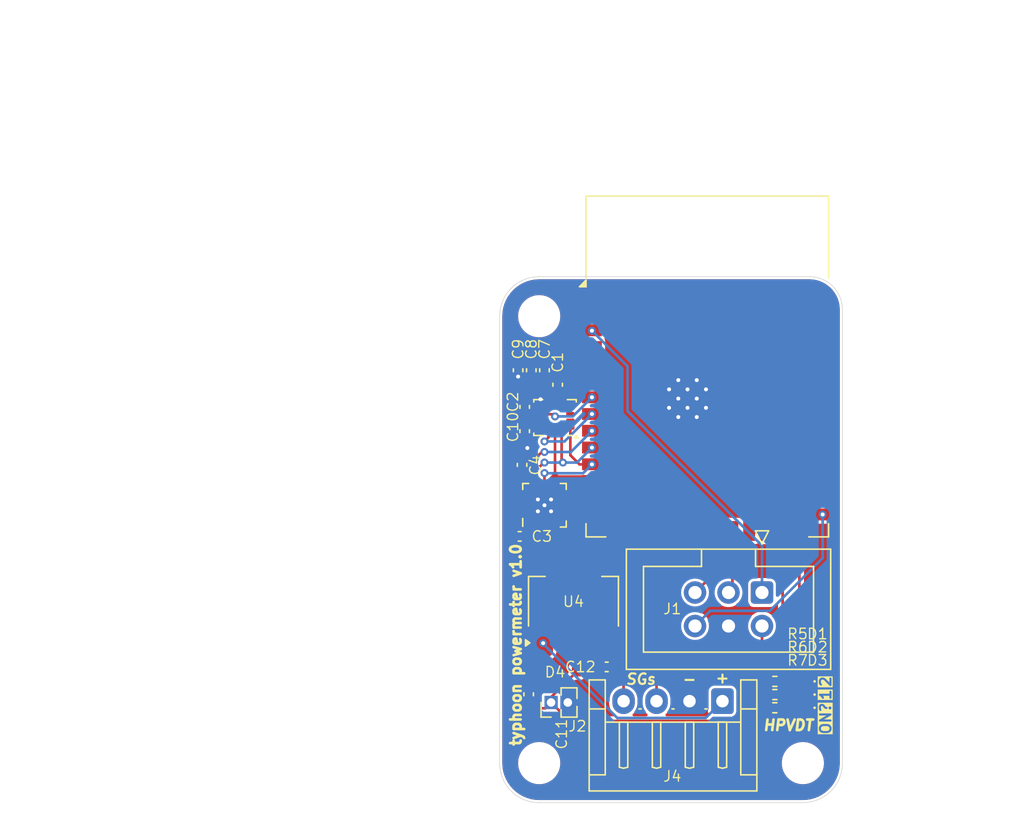
<source format=kicad_pcb>
(kicad_pcb (version 20240108) (generator "pcbnew") (generator_version "8.0")
  (title_block (title "dsads") (date "2024-07-18") (rev "1"))
  (layers (0 "F.Cu" signal) (31 "B.Cu" signal) (34 "B.Paste" user) (35 "F.Paste" user) (36 "B.SilkS" user "B.Silkscreen") (37 "F.SilkS" user "F.Silkscreen") (38 "B.Mask" user) (39 "F.Mask" user) (44 "Edge.Cuts" user))
  (net 0 "")
  (net 1 "+3V3")
  (net 2 "/SYNC_{ADC}")
  (net 3 "/ADS-")
  (net 6 "/CLK_{ADC}")
  (net 7 "/SCLK")
  (net 8 "Net-(ADS131M03-CAP)")
  (net 9 "/ADS+")
  (net 10 "/DRDY_{ADC}")
  (net 11 "/MISO")
  (net 13 "/CS_{ADC}")
  (net 14 "/MOSI")
  (net 18 "/CS_{gyro}")
  (net 29 "GND")
  (net 30 "Net-(D1-A)")
  (net 31 "Net-(D2-A)")
  (net 35 "Net-(D3-A)")
  (net 36 "/LED_{1}")
  (net 37 "/LED_{2}")
  (net 39 "/INT2_{gyro}")
  (net 44 "/INT1_{gyro}")
  (net 45 "unconnected-(U2-IO10-Pad18)")
  (net 48 "/EN")
  (net 49 "/RX")
  (net 50 "/IO0")
  (net 51 "/TX")
  (net 52 "unconnected-(U2-IO9-Pad17)")
  (net 53 "unconnected-(U2-IO46-Pad16)")
  (net 54 "BATT")
  (footprint "LED_SMD:LED_0402_1005Metric" (layer "F.Cu") (at 185.4 88.5 180)
    (property "Reference" "D2" (at -1.3 3.6 180) (layer "F.SilkS") (effects (font (size 0.8 0.8) (thickness 0.1))))
    (property "Value" "LED")
    (pad "1" smd roundrect (at -0.485 0 180) (size 0.59 0.64) (layers "F.Cu" "F.Paste" "F.Mask") (net 29 "GND"))
    (pad "2" smd roundrect (at 0.485 0 180) (size 0.59 0.64) (layers "F.Cu" "F.Paste" "F.Mask") (net 31 "Net-(D2-A)"))
  )
  (footprint "Resistor_SMD:R_0402_1005Metric" (layer "F.Cu") (at 183.475 87.5)
    (property "Reference" "R5" (at 1.725 -3.6 0) (layer "F.SilkS") (effects (font (size 0.8 0.8) (thickness 0.1))))
    (property "Value" "320")
    (pad "1" smd roundrect (at -0.51 0) (size 0.54 0.64) (layers "F.Cu" "F.Paste" "F.Mask") (net 36 "/LED_{1}"))
    (pad "2" smd roundrect (at 0.51 0) (size 0.54 0.64) (layers "F.Cu" "F.Paste" "F.Mask") (net 30 "Net-(D1-A)"))
  )
  (footprint "0_myfootprints:SD103CW" (layer "F.Cu") (at 166.9 86.7)
    (property "Reference" "D4" (at -0.1 0.1 0) (layer "F.SilkS") (effects (font (size 0.8 0.8) (thickness 0.1))))
    (property "Value" "D")
    (pad "1" smd roundrect (at -1.6 0) (size 0.85 0.85) (layers "F.Cu" "F.Paste" "F.Mask") (net 54 "BATT"))
    (pad "2" smd roundrect (at 1.6 0) (size 0.85 0.85) (layers "F.Cu" "F.Paste" "F.Mask") (net 1 "+3V3"))
  )
  (footprint "0_stuff:ads" (layer "F.Cu") (at 166 74.14 90)
    (property "Reference" "ADS131M03" (hide yes))
    (property "Value" "~")
    (pad "1" smd oval (at -1.4 -0.8 180) (size 0.2 0.6) (layers "F.Cu" "F.Paste" "F.Mask") (net 9 "/ADS+"))
    (pad "2" smd oval (at -1.4 -0.4 180) (size 0.2 0.6) (layers "F.Cu" "F.Paste" "F.Mask") (net 3 "/ADS-"))
    (pad "3" smd oval (at -1.4 0 180) (size 0.2 0.6) (layers "F.Cu" "F.Paste" "F.Mask"))
    (pad "4" smd oval (at -1.4 0.4 180) (size 0.2 0.6) (layers "F.Cu" "F.Paste" "F.Mask"))
    (pad "5" smd oval (at -1.4 0.8 180) (size 0.2 0.6) (layers "F.Cu" "F.Paste" "F.Mask"))
    (pad "6" smd oval (at -0.8 1.4 90) (size 0.2 0.6) (layers "F.Cu" "F.Paste" "F.Mask"))
    (pad "7" smd oval (at -0.4 1.4 90) (size 0.2 0.6) (layers "F.Cu" "F.Paste" "F.Mask"))
    (pad "8" smd oval (at 0 1.4 90) (size 0.2 0.6) (layers "F.Cu" "F.Paste" "F.Mask"))
    (pad "9" smd oval (at 0.4 1.4 90) (size 0.2 0.6) (layers "F.Cu" "F.Paste" "F.Mask") (net 2 "/SYNC_{ADC}"))
    (pad "10" smd oval (at 0.8 1.4 90) (size 0.2 0.6) (layers "F.Cu" "F.Paste" "F.Mask") (net 13 "/CS_{ADC}"))
    (pad "11" smd oval (at 1.4 0.8 180) (size 0.2 0.6) (layers "F.Cu" "F.Paste" "F.Mask") (net 10 "/DRDY_{ADC}"))
    (pad "12" smd oval (at 1.4 0.4 180) (size 0.2 0.6) (layers "F.Cu" "F.Paste" "F.Mask") (net 7 "/SCLK"))
    (pad "13" smd oval (at 1.4 0 180) (size 0.2 0.6) (layers "F.Cu" "F.Paste" "F.Mask") (net 11 "/MISO"))
    (pad "14" smd oval (at 1.4 -0.4 180) (size 0.2 0.6) (layers "F.Cu" "F.Paste" "F.Mask") (net 14 "/MOSI"))
    (pad "15" smd oval (at 1.4 -0.8 180) (size 0.2 0.6) (layers "F.Cu" "F.Paste" "F.Mask") (net 6 "/CLK_{ADC}"))
    (pad "16" smd oval (at 0.8 -1.4 90) (size 0.2 0.6) (layers "F.Cu" "F.Paste" "F.Mask") (net 8 "Net-(ADS131M03-CAP)"))
    (pad "17" smd oval (at 0.4 -1.4 90) (size 0.2 0.6) (layers "F.Cu" "F.Paste" "F.Mask") (net 29 "GND"))
    (pad "18" smd oval (at 0 -1.4 90) (size 0.2 0.6) (layers "F.Cu" "F.Paste" "F.Mask") (net 1 "+3V3"))
    (pad "19" smd oval (at -0.4 -1.4 90) (size 0.2 0.6) (layers "F.Cu" "F.Paste" "F.Mask") (net 1 "+3V3"))
    (pad "20" smd oval (at -0.8 -1.4 90) (size 0.2 0.6) (layers "F.Cu" "F.Paste" "F.Mask") (net 29 "GND"))
    (pad "21" smd rect (at 0 0 90) (size 1.7 1.7) (layers "F.Cu" "F.Mask") (net 29 "GND"))
  )
  (footprint "Capacitor_SMD:C_0402_1005Metric" (layer "F.Cu") (at 167 65 -90)
    (property "Reference" "C1" (at -1.7 0 90) (layer "F.SilkS") (effects (font (size 0.8 0.8) (thickness 0.1))))
    (property "Value" "10n")
    (pad "1" smd roundrect (at -0.48 0 270) (size 0.56 0.62) (layers "F.Cu" "F.Paste" "F.Mask") (net 29 "GND"))
    (pad "2" smd roundrect (at 0.48 0 270) (size 0.56 0.62) (layers "F.Cu" "F.Paste" "F.Mask") (net 1 "+3V3"))
  )
  (footprint "Capacitor_SMD:C_0402_1005Metric" (layer "F.Cu") (at 164.5 66.68 -90)
    (property "Reference" "C2" (at -0.38 0.9 90) (layer "F.SilkS") (effects (font (size 0.8 0.8) (thickness 0.1))))
    (property "Value" "0.1u")
    (pad "1" smd roundrect (at -0.48 0 270) (size 0.56 0.62) (layers "F.Cu" "F.Paste" "F.Mask") (net 29 "GND"))
    (pad "2" smd roundrect (at 0.48 0 270) (size 0.56 0.62) (layers "F.Cu" "F.Paste" "F.Mask") (net 1 "+3V3"))
  )
  (footprint "MountingHole:MountingHole_2.7mm_M2.5" (layer "F.Cu") (at 185.6 93.7)
    (property "Reference" "H4" (hide yes))
    (property "Value" "M2.5")
    (pad "" np_thru_hole circle (at 0 0) (size 2.7 2.7) (drill 2.7) (layers "*.Cu" "*.Mask"))
  )
  (footprint "Capacitor_SMD:C_0402_1005Metric" (layer "F.Cu") (at 164.5 68.52 90)
    (property "Reference" "C10" (at 0.32 -0.9 -90) (layer "F.SilkS") (effects (font (size 0.8 0.8) (thickness 0.1))))
    (property "Value" "2.2u")
    (pad "1" smd roundrect (at -0.48 0 90) (size 0.56 0.62) (layers "F.Cu" "F.Paste" "F.Mask") (net 29 "GND"))
    (pad "2" smd roundrect (at 0.48 0 90) (size 0.56 0.62) (layers "F.Cu" "F.Paste" "F.Mask") (net 1 "+3V3"))
  )
  (footprint "Package_LGA:LGA-14_3x2.5mm_P0.5mm_LayoutBorder3x4y" (layer "F.Cu") (at 166.8 67.4875 180)
    (property "Reference" "ICM-42670-P1" (hide yes))
    (property "Value" "~")
    (pad "1" smd roundrect (at -1.1625 -0.75 180) (size 0.625 0.35) (layers "F.Cu" "F.Paste" "F.Mask") (net 11 "/MISO"))
    (pad "2" smd roundrect (at -1.1625 -0.25 180) (size 0.625 0.35) (layers "F.Cu" "F.Paste" "F.Mask"))
    (pad "3" smd roundrect (at -1.1625 0.25 180) (size 0.625 0.35) (layers "F.Cu" "F.Paste" "F.Mask"))
    (pad "4" smd roundrect (at -1.1625 0.75 180) (size 0.625 0.35) (layers "F.Cu" "F.Paste" "F.Mask") (net 44 "/INT1_{gyro}"))
    (pad "5" smd roundrect (at -0.5 0.9125 180) (size 0.35 0.625) (layers "F.Cu" "F.Paste" "F.Mask") (net 1 "+3V3"))
    (pad "6" smd roundrect (at 0 0.9125 180) (size 0.35 0.625) (layers "F.Cu" "F.Paste" "F.Mask") (net 29 "GND"))
    (pad "7" smd roundrect (at 0.5 0.9125 180) (size 0.35 0.625) (layers "F.Cu" "F.Paste" "F.Mask") (net 29 "GND"))
    (pad "8" smd roundrect (at 1.1625 0.75 180) (size 0.625 0.35) (layers "F.Cu" "F.Paste" "F.Mask") (net 1 "+3V3"))
    (pad "9" smd roundrect (at 1.1625 0.25 180) (size 0.625 0.35) (layers "F.Cu" "F.Paste" "F.Mask") (net 39 "/INT2_{gyro}"))
    (pad "10" smd roundrect (at 1.1625 -0.25 180) (size 0.625 0.35) (layers "F.Cu" "F.Paste" "F.Mask"))
    (pad "11" smd roundrect (at 1.1625 -0.75 180) (size 0.625 0.35) (layers "F.Cu" "F.Paste" "F.Mask"))
    (pad "12" smd roundrect (at 0.5 -0.9125 180) (size 0.35 0.625) (layers "F.Cu" "F.Paste" "F.Mask") (net 18 "/CS_{gyro}"))
    (pad "13" smd roundrect (at 0 -0.9125 180) (size 0.35 0.625) (layers "F.Cu" "F.Paste" "F.Mask") (net 7 "/SCLK"))
    (pad "14" smd roundrect (at -0.5 -0.9125 180) (size 0.35 0.625) (layers "F.Cu" "F.Paste" "F.Mask") (net 14 "/MOSI"))
  )
  (footprint "Resistor_SMD:R_0402_1005Metric" (layer "F.Cu") (at 183.475 88.5)
    (property "Reference" "R6" (at 1.725 -3.6 0) (layer "F.SilkS") (effects (font (size 0.8 0.8) (thickness 0.1))))
    (property "Value" "320")
    (pad "1" smd roundrect (at -0.51 0) (size 0.54 0.64) (layers "F.Cu" "F.Paste" "F.Mask") (net 37 "/LED_{2}"))
    (pad "2" smd roundrect (at 0.51 0) (size 0.54 0.64) (layers "F.Cu" "F.Paste" "F.Mask") (net 31 "Net-(D2-A)"))
  )
  (footprint "Capacitor_SMD:C_0402_1005Metric" (layer "F.Cu") (at 170.72 86.4 180)
    (property "Reference" "C12" (at 2 0 180) (layer "F.SilkS") (effects (font (size 0.8 0.8) (thickness 0.1))))
    (property "Value" "22u")
    (pad "1" smd roundrect (at -0.48 0 180) (size 0.56 0.62) (layers "F.Cu" "F.Paste" "F.Mask") (net 29 "GND"))
    (pad "2" smd roundrect (at 0.48 0 180) (size 0.56 0.62) (layers "F.Cu" "F.Paste" "F.Mask") (net 1 "+3V3"))
  )
  (footprint "Capacitor_SMD:C_0402_1005Metric" (layer "F.Cu") (at 165 63.9 90)
    (property "Reference" "C8" (at 1.6 0 -90) (layer "F.SilkS") (effects (font (size 0.8 0.8) (thickness 0.1))))
    (property "Value" "100n")
    (pad "1" smd roundrect (at -0.48 0 90) (size 0.56 0.62) (layers "F.Cu" "F.Paste" "F.Mask") (net 29 "GND"))
    (pad "2" smd roundrect (at 0.48 0 90) (size 0.56 0.62) (layers "F.Cu" "F.Paste" "F.Mask") (net 1 "+3V3"))
  )
  (footprint "Capacitor_SMD:C_0402_1005Metric" (layer "F.Cu") (at 164.3 71.08 -90)
    (property "Reference" "C4" (at 0.02 -1 90) (layer "F.SilkS") (effects (font (size 0.8 0.8) (thickness 0.1))))
    (property "Value" "220n")
    (pad "1" smd roundrect (at -0.48 0 270) (size 0.56 0.62) (layers "F.Cu" "F.Paste" "F.Mask") (net 29 "GND"))
    (pad "2" smd roundrect (at 0.48 0 270) (size 0.56 0.62) (layers "F.Cu" "F.Paste" "F.Mask") (net 8 "Net-(ADS131M03-CAP)"))
  )
  (footprint "RF_Module:ESP32-S3-WROOM-1" (layer "F.Cu") (at 178.35 63.59)
    (property "Reference" "U2" (hide yes))
    (property "Value" "ESP32-S3-WROOM-1")
    (pad "1" smd rect (at -8.75 -5.26) (size 1.5 0.9) (layers "F.Cu" "F.Paste" "F.Mask") (net 29 "GND"))
    (pad "2" smd rect (at -8.75 -3.99) (size 1.5 0.9) (layers "F.Cu" "F.Paste" "F.Mask") (net 1 "+3V3"))
    (pad "3" smd rect (at -8.75 -2.72) (size 1.5 0.9) (layers "F.Cu" "F.Paste" "F.Mask") (net 48 "/EN"))
    (pad "4" smd rect (at -8.75 -1.45) (size 1.5 0.9) (layers "F.Cu" "F.Paste" "F.Mask"))
    (pad "5" smd rect (at -8.75 -0.18) (size 1.5 0.9) (layers "F.Cu" "F.Paste" "F.Mask"))
    (pad "6" smd rect (at -8.75 1.09) (size 1.5 0.9) (layers "F.Cu" "F.Paste" "F.Mask") (net 44 "/INT1_{gyro}"))
    (pad "7" smd rect (at -8.75 2.36) (size 1.5 0.9) (layers "F.Cu" "F.Paste" "F.Mask") (net 39 "/INT2_{gyro}"))
    (pad "8" smd rect (at -8.75 3.63) (size 1.5 0.9) (layers "F.Cu" "F.Paste" "F.Mask") (net 18 "/CS_{gyro}"))
    (pad "9" smd rect (at -8.75 4.9) (size 1.5 0.9) (layers "F.Cu" "F.Paste" "F.Mask") (net 6 "/CLK_{ADC}"))
    (pad "10" smd rect (at -8.75 6.17) (size 1.5 0.9) (layers "F.Cu" "F.Paste" "F.Mask") (net 14 "/MOSI"))
    (pad "11" smd rect (at -8.75 7.44) (size 1.5 0.9) (layers "F.Cu" "F.Paste" "F.Mask") (net 11 "/MISO"))
    (pad "12" smd rect (at -8.75 8.71) (size 1.5 0.9) (layers "F.Cu" "F.Paste" "F.Mask") (net 7 "/SCLK"))
    (pad "13" smd rect (at -8.75 9.98) (size 1.5 0.9) (layers "F.Cu" "F.Paste" "F.Mask") (net 10 "/DRDY_{ADC}"))
    (pad "14" smd rect (at -8.75 11.25 180) (size 1.5 0.9) (layers "F.Cu" "F.Paste" "F.Mask") (net 13 "/CS_{ADC}"))
    (pad "15" smd rect (at -6.985 12.5 270) (size 1.5 0.9) (layers "F.Cu" "F.Paste" "F.Mask") (net 2 "/SYNC_{ADC}"))
    (pad "16" smd rect (at -5.715 12.5 270) (size 1.5 0.9) (layers "F.Cu" "F.Paste" "F.Mask") (net 53 "unconnected-(U2-IO46-Pad16)"))
    (pad "17" smd rect (at -4.445 12.5 270) (size 1.5 0.9) (layers "F.Cu" "F.Paste" "F.Mask") (net 52 "unconnected-(U2-IO9-Pad17)"))
    (pad "18" smd rect (at -3.175 12.5 270) (size 1.5 0.9) (layers "F.Cu" "F.Paste" "F.Mask") (net 45 "unconnected-(U2-IO10-Pad18)"))
    (pad "19" smd rect (at -1.905 12.5 270) (size 1.5 0.9) (layers "F.Cu" "F.Paste" "F.Mask"))
    (pad "20" smd rect (at -0.635 12.5 270) (size 1.5 0.9) (layers "F.Cu" "F.Paste" "F.Mask"))
    (pad "21" smd rect (at 0.635 12.5 270) (size 1.5 0.9) (layers "F.Cu" "F.Paste" "F.Mask") (net 49 "/RX"))
    (pad "22" smd rect (at 1.905 12.5 270) (size 1.5 0.9) (layers "F.Cu" "F.Paste" "F.Mask") (net 51 "/TX"))
    (pad "23" smd rect (at 3.175 12.5 270) (size 1.5 0.9) (layers "F.Cu" "F.Paste" "F.Mask"))
    (pad "24" smd rect (at 4.445 12.5 270) (size 1.5 0.9) (layers "F.Cu" "F.Paste" "F.Mask"))
    (pad "25" smd rect (at 5.715 12.5 270) (size 1.5 0.9) (layers "F.Cu" "F.Paste" "F.Mask") (net 37 "/LED_{2}"))
    (pad "26" smd rect (at 6.985 12.5 270) (size 1.5 0.9) (layers "F.Cu" "F.Paste" "F.Mask") (net 36 "/LED_{1}"))
    (pad "27" smd rect (at 8.75 11.25) (size 1.5 0.9) (layers "F.Cu" "F.Paste" "F.Mask") (net 50 "/IO0"))
    (pad "28" smd rect (at 8.75 9.98) (size 1.5 0.9) (layers "F.Cu" "F.Paste" "F.Mask"))
    (pad "29" smd rect (at 8.75 8.71) (size 1.5 0.9) (layers "F.Cu" "F.Paste" "F.Mask"))
    (pad "30" smd rect (at 8.75 7.44) (size 1.5 0.9) (layers "F.Cu" "F.Paste" "F.Mask"))
    (pad "31" smd rect (at 8.75 6.17) (size 1.5 0.9) (layers "F.Cu" "F.Paste" "F.Mask"))
    (pad "32" smd rect (at 8.75 4.9) (size 1.5 0.9) (layers "F.Cu" "F.Paste" "F.Mask"))
    (pad "33" smd rect (at 8.75 3.63) (size 1.5 0.9) (layers "F.Cu" "F.Paste" "F.Mask"))
    (pad "34" smd rect (at 8.75 2.36) (size 1.5 0.9) (layers "F.Cu" "F.Paste" "F.Mask"))
    (pad "35" smd rect (at 8.75 1.09) (size 1.5 0.9) (layers "F.Cu" "F.Paste" "F.Mask"))
    (pad "36" smd rect (at 8.75 -0.18) (size 1.5 0.9) (layers "F.Cu" "F.Paste" "F.Mask"))
    (pad "37" smd rect (at 8.75 -1.45) (size 1.5 0.9) (layers "F.Cu" "F.Paste" "F.Mask"))
    (pad "38" smd rect (at 8.75 -2.72) (size 1.5 0.9) (layers "F.Cu" "F.Paste" "F.Mask"))
    (pad "39" smd rect (at 8.75 -3.99) (size 1.5 0.9) (layers "F.Cu" "F.Paste" "F.Mask"))
    (pad "40" smd rect (at 8.75 -5.26) (size 1.5 0.9) (layers "F.Cu" "F.Paste" "F.Mask") (net 29 "GND"))
    (pad "41" thru_hole circle (at -2.9 1.76 90) (size 0.6 0.6) (drill 0.3) (property pad_prop_heatsink) (layers "*.Cu" "F.Mask") (net 29 "GND"))
    (pad "41" thru_hole circle (at -2.9 3.16) (size 0.6 0.6) (drill 0.3) (property pad_prop_heatsink) (layers "*.Cu" "F.Mask") (net 29 "GND"))
    (pad "41" thru_hole circle (at -2.2 1.06) (size 0.6 0.6) (drill 0.3) (property pad_prop_heatsink) (layers "*.Cu" "F.Mask") (net 29 "GND"))
    (pad "41" thru_hole circle (at -2.2 2.46) (size 0.6 0.6) (drill 0.3) (property pad_prop_heatsink) (layers "*.Cu" "F.Mask") (net 29 "GND"))
    (pad "41" thru_hole circle (at -2.2 3.86) (size 0.6 0.6) (drill 0.3) (property pad_prop_heatsink) (layers "*.Cu" "F.Mask") (net 29 "GND"))
    (pad "41" thru_hole circle (at -1.5 1.76) (size 0.6 0.6) (drill 0.3) (property pad_prop_heatsink) (layers "*.Cu" "F.Mask") (net 29 "GND"))
    (pad "41" smd rect (at -1.5 2.46 270) (size 3.9 3.9) (layers "F.Cu" "F.Mask") (net 29 "GND"))
    (pad "41" thru_hole circle (at -1.5 3.16) (size 0.6 0.6) (drill 0.3) (property pad_prop_heatsink) (layers "*.Cu" "F.Mask") (net 29 "GND"))
    (pad "41" thru_hole circle (at -0.8 1.06) (size 0.6 0.6) (drill 0.3) (property pad_prop_heatsink) (layers "*.Cu" "F.Mask") (net 29 "GND"))
    (pad "41" thru_hole circle (at -0.8 2.46) (size 0.6 0.6) (drill 0.3) (property pad_prop_heatsink) (layers "*.Cu" "F.Mask") (net 29 "GND"))
    (pad "41" thru_hole circle (at -0.8 3.86) (size 0.6 0.6) (drill 0.3) (property pad_prop_heatsink) (layers "*.Cu" "F.Mask") (net 29 "GND"))
    (pad "41" thru_hole circle (at -0.1 1.76) (size 0.6 0.6) (drill 0.3) (property pad_prop_heatsink) (layers "*.Cu" "F.Mask") (net 29 "GND"))
    (pad "41" thru_hole circle (at -0.1 3.16) (size 0.6 0.6) (drill 0.3) (property pad_prop_heatsink) (layers "*.Cu" "F.Mask") (net 29 "GND"))
    (zone (net 0) (net_name "") (layers "F.Cu" "In1.Cu" "B.Cu") (connect_pads (clearance 0)) (min_thickness 0.254)
      (keepout (tracks not_allowed) (vias not_allowed) (pads not_allowed) (copperpour not_allowed) (footprints not_allowed))
      (fill (thermal_gap 0.508) (thermal_bridge_width 0.508))
      (polygon (pts (xy 154.35 56.84) (xy 202.35 56.84) (xy 202.35 35.84) (xy 154.35 35.84)))
    )
  )
  (footprint "Capacitor_SMD:C_0402_1005Metric" (layer "F.Cu") (at 164.12 76.5 180)
    (property "Reference" "C3" (at -1.68 0 180) (layer "F.SilkS") (effects (font (size 0.8 0.8) (thickness 0.1))))
    (property "Value" "1u")
    (pad "1" smd roundrect (at -0.48 0 180) (size 0.56 0.62) (layers "F.Cu" "F.Paste" "F.Mask") (net 29 "GND"))
    (pad "2" smd roundrect (at 0.48 0 180) (size 0.56 0.62) (layers "F.Cu" "F.Paste" "F.Mask") (net 1 "+3V3"))
  )
  (footprint "Capacitor_SMD:C_0402_1005Metric" (layer "F.Cu") (at 164 63.9 90)
    (property "Reference" "C9" (at 1.6 0 -90) (layer "F.SilkS") (effects (font (size 0.8 0.8) (thickness 0.1))))
    (property "Value" "1u")
    (pad "1" smd roundrect (at -0.48 0 90) (size 0.56 0.62) (layers "F.Cu" "F.Paste" "F.Mask") (net 29 "GND"))
    (pad "2" smd roundrect (at 0.48 0 90) (size 0.56 0.62) (layers "F.Cu" "F.Paste" "F.Mask") (net 1 "+3V3"))
  )
  (footprint "MountingHole:MountingHole_2.7mm_M2.5" (layer "F.Cu") (at 165.6 93.7)
    (property "Reference" "H3" (hide yes))
    (property "Value" "M2.5")
    (pad "" np_thru_hole circle (at 0 0) (size 2.7 2.7) (drill 2.7) (layers "*.Cu" "*.Mask"))
  )
  (footprint "Connector_PinHeader_1.27mm:PinHeader_1x02_P1.27mm_Vertical" (layer "F.Cu") (at 166.5 89.1 90)
    (property "Reference" "J2" (at -1.8 2 0) (layer "F.SilkS") (effects (font (size 0.8 0.8) (thickness 0.1))))
    (property "Value" "Conn_01x02_Pin")
    (pad "1" thru_hole rect (at 0 0 90) (size 1 1) (drill 0.65) (layers "*.Cu" "*.Mask") (net 1 "+3V3"))
    (pad "2" thru_hole oval (at 0 1.27 90) (size 1 1) (drill 0.65) (layers "*.Cu" "*.Mask") (net 29 "GND"))
  )
  (footprint "MountingHole:MountingHole_2.7mm_M2.5" (layer "F.Cu") (at 165.6 59.8)
    (property "Reference" "H1" (hide yes))
    (property "Value" "M2.5")
    (pad "" np_thru_hole circle (at 0 0) (size 2.7 2.7) (drill 2.7) (layers "*.Cu" "*.Mask"))
  )
  (footprint "Connector_IDC:IDC-Header_2x03_P2.54mm_Vertical" (layer "F.Cu") (at 182.5 80.76 -90)
    (property "Reference" "J1" (at 1.24 6.8 180) (layer "F.SilkS") (effects (font (size 0.8 0.8) (thickness 0.1))))
    (property "Value" "Conn_02x03_Odd_Even")
    (pad "1" thru_hole roundrect (at 0 0 270) (size 1.7 1.7) (drill 1) (layers "*.Cu" "*.Mask") (roundrect_rratio 0.147059) (net 48 "/EN"))
    (pad "2" thru_hole circle (at 2.54 0 270) (size 1.7 1.7) (drill 1) (layers "*.Cu" "*.Mask") (net 1 "+3V3"))
    (pad "3" thru_hole circle (at 0 2.54 270) (size 1.7 1.7) (drill 1) (layers "*.Cu" "*.Mask") (net 51 "/TX"))
    (pad "4" thru_hole circle (at 2.54 2.54 270) (size 1.7 1.7) (drill 1) (layers "*.Cu" "*.Mask") (net 29 "GND"))
    (pad "5" thru_hole circle (at 0 5.08 270) (size 1.7 1.7) (drill 1) (layers "*.Cu" "*.Mask") (net 49 "/RX"))
    (pad "6" thru_hole circle (at 2.54 5.08 270) (size 1.7 1.7) (drill 1) (layers "*.Cu" "*.Mask") (net 50 "/IO0"))
  )
  (footprint "LED_SMD:LED_0402_1005Metric" (layer "F.Cu") (at 185.4 89.5 180)
    (property "Reference" "D3" (at -1.3 3.6 180) (layer "F.SilkS") (effects (font (size 0.8 0.8) (thickness 0.1))))
    (property "Value" "LED")
    (pad "1" smd roundrect (at -0.485 0 180) (size 0.59 0.64) (layers "F.Cu" "F.Paste" "F.Mask") (net 29 "GND"))
    (pad "2" smd roundrect (at 0.485 0 180) (size 0.59 0.64) (layers "F.Cu" "F.Paste" "F.Mask") (net 35 "Net-(D3-A)"))
  )
  (footprint "Resistor_SMD:R_0402_1005Metric" (layer "F.Cu") (at 183.475 89.5)
    (property "Reference" "R7" (at 1.725 -3.6 0) (layer "F.SilkS") (effects (font (size 0.8 0.8) (thickness 0.1))))
    (property "Value" "320")
    (pad "1" smd roundrect (at -0.51 0) (size 0.54 0.64) (layers "F.Cu" "F.Paste" "F.Mask") (net 1 "+3V3"))
    (pad "2" smd roundrect (at 0.51 0) (size 0.54 0.64) (layers "F.Cu" "F.Paste" "F.Mask") (net 35 "Net-(D3-A)"))
  )
  (footprint "Connector_JST:JST_EH_S4B-EH_1x04_P2.50mm_Horizontal" (layer "F.Cu") (at 179.5 89 180)
    (property "Reference" "J4" (at 3.8 -5.7 180) (layer "F.SilkS") (effects (font (size 0.8 0.8) (thickness 0.1))))
    (property "Value" "Conn_01x04_Pin")
    (pad "1" thru_hole roundrect (at 0 0 180) (size 1.7 1.95) (drill 0.95) (layers "*.Cu" "*.Mask") (roundrect_rratio 0.147059) (net 54 "BATT"))
    (pad "2" thru_hole oval (at 2.5 0 180) (size 1.7 1.95) (drill 0.95) (layers "*.Cu" "*.Mask") (net 29 "GND"))
    (pad "3" thru_hole oval (at 5 0 180) (size 1.7 1.95) (drill 0.95) (layers "*.Cu" "*.Mask") (net 3 "/ADS-"))
    (pad "4" thru_hole oval (at 7.5 0 180) (size 1.7 1.95) (drill 0.95) (layers "*.Cu" "*.Mask") (net 9 "/ADS+"))
  )
  (footprint "Package_TO_SOT_SMD:SOT-223-3_TabPin2" (layer "F.Cu") (at 168.2 81.45 90)
    (property "Reference" "U4" (at 0 0 0) (layer "F.SilkS") (effects (font (size 0.8 0.8) (thickness 0.1))))
    (property "Value" "MCP1825S")
    (pad "1" smd roundrect (at -3.15 -2.3 90) (size 2 1.5) (layers "F.Cu" "F.Paste" "F.Mask") (net 54 "BATT"))
    (pad "2" smd roundrect (at -3.15 0 90) (size 2 1.5) (layers "F.Cu" "F.Paste" "F.Mask") (net 29 "GND"))
    (pad "2" smd roundrect (at 3.15 0 90) (size 2 3.8) (layers "F.Cu" "F.Paste" "F.Mask") (net 29 "GND"))
    (pad "3" smd roundrect (at -3.15 2.3 90) (size 2 1.5) (layers "F.Cu" "F.Paste" "F.Mask") (net 1 "+3V3"))
  )
  (footprint "LED_SMD:LED_0402_1005Metric" (layer "F.Cu") (at 185.4 87.5 180)
    (property "Reference" "D1" (at -1.3 3.6 180) (layer "F.SilkS") (effects (font (size 0.8 0.8) (thickness 0.1))))
    (property "Value" "LED")
    (pad "1" smd roundrect (at -0.485 0 180) (size 0.59 0.64) (layers "F.Cu" "F.Paste" "F.Mask") (net 29 "GND"))
    (pad "2" smd roundrect (at 0.485 0 180) (size 0.59 0.64) (layers "F.Cu" "F.Paste" "F.Mask") (net 30 "Net-(D1-A)"))
  )
  (footprint "Capacitor_SMD:C_0402_1005Metric" (layer "F.Cu") (at 164.8 88.48 90)
    (property "Reference" "C11" (at -3.02 2.5 -90) (layer "F.SilkS") (effects (font (size 0.8 0.8) (thickness 0.1))))
    (property "Value" "22u")
    (pad "1" smd roundrect (at -0.48 0 90) (size 0.56 0.62) (layers "F.Cu" "F.Paste" "F.Mask") (net 29 "GND"))
    (pad "2" smd roundrect (at 0.48 0 90) (size 0.56 0.62) (layers "F.Cu" "F.Paste" "F.Mask") (net 54 "BATT"))
  )
  (footprint "Capacitor_SMD:C_0402_1005Metric" (layer "F.Cu") (at 166 63.9 90)
    (property "Reference" "C7" (at 1.6 0 -90) (layer "F.SilkS") (effects (font (size 0.8 0.8) (thickness 0.1))))
    (property "Value" "10n")
    (pad "1" smd roundrect (at -0.48 0 90) (size 0.56 0.62) (layers "F.Cu" "F.Paste" "F.Mask") (net 29 "GND"))
    (pad "2" smd roundrect (at 0.48 0 90) (size 0.56 0.62) (layers "F.Cu" "F.Paste" "F.Mask") (net 1 "+3V3"))
  )
  (gr_line (start 162.6 59.8) (end 162.6 93.7) (stroke (width 0.05)) (layer "Edge.Cuts"))
  (gr_line (start 165.6 56.8) (end 186.1 56.8) (stroke (width 0.05)) (layer "Edge.Cuts"))
  (gr_arc (start 165.6 96.7) (mid 163.47868 95.82132) (end 162.6 93.7) (stroke (width 0.05)) (layer "Edge.Cuts"))
  (gr_line (start 188.6 59.3) (end 188.6 93.7) (stroke (width 0.05)) (layer "Edge.Cuts"))
  (gr_arc (start 186.1 56.8) (mid 187.867767 57.532233) (end 188.6 59.3) (stroke (width 0.05)) (layer "Edge.Cuts"))
  (gr_arc (start 162.6 59.8) (mid 163.478673 57.678667) (end 165.6 56.8) (stroke (width 0.05)) (layer "Edge.Cuts"))
  (gr_arc (start 188.6 93.7) (mid 187.721319 95.821311) (end 185.6 96.7) (stroke (width 0.05)) (layer "Edge.Cuts"))
  (gr_line (start 165.6 96.7) (end 185.6 96.7) (stroke (width 0.05)) (layer "Edge.Cuts"))
  (gr_text "ON?" (at 187.8 91.6 90) (layer "F.SilkS" knockout) (effects (font (size 0.8 0.8) (thickness 0.16) (bold yes)) (justify left bottom)))
  (gr_text "-" (at 176.4 87.8 0) (layer "F.SilkS") (effects (font (size 0.8 0.8) (thickness 0.16) (bold yes)) (justify left bottom)))
  (gr_text "1" (at 187.8 89 90) (layer "F.SilkS" knockout) (effects (font (size 0.8 0.8) (thickness 0.16) (bold yes)) (justify left bottom)))
  (gr_text "+" (at 178.9 87.7 0) (layer "F.SilkS") (effects (font (size 0.8 0.8) (thickness 0.16) (bold yes)) (justify left bottom)))
  (gr_text "HPVDT" (at 182.5 91.3 0) (layer "F.SilkS") (effects (font (size 0.8 0.8) (thickness 0.2) (bold yes) (italic yes)) (justify left bottom)))
  (gr_text "typhoon powermeter v1.0" (at 164.3 92.5 90) (layer "F.SilkS") (effects (font (size 0.8 0.8) (thickness 0.2) (bold yes)) (justify left bottom)))
  (gr_text "2" (at 187.8 88 90) (layer "F.SilkS" knockout) (effects (font (size 0.8 0.8) (thickness 0.16) (bold yes)) (justify left bottom)))
  (gr_text "SGs " (at 172.1 87.8 0) (layer "F.SilkS") (effects (font (size 0.8 0.8) (thickness 0.16) (bold yes) (italic yes)) (justify left bottom)))
  (segment (start 165.6375 66.7375) (end 164.9225 66.7375) (width 0.2) (layer "F.Cu") (net 1))
  (segment (start 167.38 63.42) (end 166 63.42) (width 0.2) (layer "F.Cu") (net 1))
  (segment (start 164.6 74.2) (end 164.6 74.54) (width 0.2) (layer "F.Cu") (net 1))
  (segment (start 166.06 89.54) (end 166.5 89.1) (width 0.2) (layer "F.Cu") (net 1))
  (segment (start 164.37 74.37) (end 163.64 75.1) (width 0.2) (layer "F.Cu") (net 1))
  (segment (start 164.6 74.54) (end 164.54 74.54) (width 0.2) (layer "F.Cu") (net 1))
  (segment (start 163.39 64.03) (end 163.39 66.082941) (width 0.2) (layer "F.Cu") (net 1))
  (segment (start 168.5 86.7) (end 166.5 88.7) (width 0.2) (layer "F.Cu") (net 1))
  (segment (start 181.265 90.5) (end 181.9825 89.7825) (width 0.2) (layer "F.Cu") (net 1))
  (segment (start 164 63.42) (end 166 63.42) (width 0.2) (layer "F.Cu") (net 1))
  (segment (start 164.443866 89.54) (end 166.06 89.54) (width 0.2) (layer "F.Cu") (net 1))
  (segment (start 164.57 74.17) (end 164.37 74.37) (width 0.2) (layer "F.Cu") (net 1))
  (segment (start 167.3 66.575) (end 167.3 65.78) (width 0.2) (layer "F.Cu") (net 1))
  (segment (start 182.5 84.434314) (end 181.995 84.939314) (width 0.2) (layer "F.Cu") (net 1))
  (segment (start 164.6 74.14) (end 164.57 74.17) (width 0.2) (layer "F.Cu") (net 1))
  (segment (start 163.407059 68.1) (end 163.407059 67.2) (width 0.2) (layer "F.Cu") (net 1))
  (segment (start 164.57 74.17) (end 164.6 74.2) (width 0.2) (layer "F.Cu") (net 1))
  (segment (start 168.1 62.7) (end 167.38 63.42) (width 0.2) (layer "F.Cu") (net 1))
  (segment (start 182.265 89.5) (end 182.965 89.5) (width 0.2) (layer "F.Cu") (net 1))
  (segment (start 169.6 59.6) (end 168.65 59.6) (width 0.2) (layer "F.Cu") (net 1))
  (segment (start 167.3 65.78) (end 167 65.48) (width 0.2) (layer "F.Cu") (net 1))
  (segment (start 166.5 89.1) (end 167.9 90.5) (width 0.2) (layer "F.Cu") (net 1))
  (segment (start 167.9 90.5) (end 181.265 90.5) (width 0.2) (layer "F.Cu") (net 1))
  (segment (start 168.1 60.15) (end 168.1 62.7) (width 0.2) (layer "F.Cu") (net 1))
  (segment (start 167 65.48) (end 164.027059 65.48) (width 0.2) (layer "F.Cu") (net 1))
  (segment (start 164.9225 66.7375) (end 164.5 67.16) (width 0.2) (layer "F.Cu") (net 1))
  (segment (start 182.5 83.3) (end 182.5 84.434314) (width 0.2) (layer "F.Cu") (net 1))
  (segment (start 181.995 84.939314) (end 181.995 89.77) (width 0.2) (layer "F.Cu") (net 1))
  (segment (start 163.407059 69.2) (end 163.407059 68.1) (width 0.2) (layer "F.Cu") (net 1))
  (segment (start 163.407059 66.1) (end 163.39 66.082941) (width 0.2) (layer "F.Cu") (net 1))
  (segment (start 181.9825 89.7825) (end 182.265 89.5) (width 0.2) (layer "F.Cu") (net 1))
  (segment (start 163.407059 69.132941) (end 163.407059 69.2) (width 0.2) (layer "F.Cu") (net 1))
  (segment (start 163.407059 74.867059) (end 163.64 75.1) (width 0.2) (layer "F.Cu") (net 1))
  (segment (start 170.24 84.66) (end 170.3 84.6) (width 0.2) (layer "F.Cu") (net 1))
  (segment (start 168.65 59.6) (end 168.1 60.15) (width 0.2) (layer "F.Cu") (net 1))
  (segment (start 163.64 75.1) (end 163.64 76.5) (width 0.2) (layer "F.Cu") (net 1))
  (segment (start 163.64 76.5) (end 163.64 88.736134) (width 0.2) (layer "F.Cu") (net 1))
  (segment (start 164.54 74.54) (end 164.37 74.37) (width 0.2) (layer "F.Cu") (net 1))
  (segment (start 164.027059 65.48) (end 163.407059 66.1) (width 0.2) (layer "F.Cu") (net 1))
  (segment (start 164 63.42) (end 163.39 64.03) (width 0.2) (layer "F.Cu") (net 1))
  (segment (start 181.995 89.77) (end 181.9825 89.7825) (width 0.2) (layer "F.Cu") (net 1))
  (segment (start 163.407059 67.2) (end 163.407059 66.1) (width 0.2) (layer "F.Cu") (net 1))
  (segment (start 170.24 86.4) (end 170.24 84.66) (width 0.2) (layer "F.Cu") (net 1))
  (segment (start 168.5 86.7) (end 169.94 86.7) (width 0.2) (layer "F.Cu") (net 1))
  (segment (start 163.64 88.736134) (end 164.443866 89.54) (width 0.2) (layer "F.Cu") (net 1))
  (segment (start 164.5 67.16) (end 164.5 68.04) (width 0.2) (layer "F.Cu") (net 1))
  (segment (start 166.5 88.7) (end 166.5 89.1) (width 0.2) (layer "F.Cu") (net 1))
  (segment (start 164.5 68.04) (end 163.407059 69.132941) (width 0.2) (layer "F.Cu") (net 1))
  (segment (start 169.94 86.7) (end 170.24 86.4) (width 0.2) (layer "F.Cu") (net 1))
  (segment (start 163.407059 69.2) (end 163.407059 74.867059) (width 0.2) (layer "F.Cu") (net 1))
  (segment (start 169.05 76.09) (end 171.365 76.09) (width 0.2) (layer "F.Cu") (net 2))
  (segment (start 168.1 75.14) (end 169.05 76.09) (width 0.2) (layer "F.Cu") (net 2))
  (segment (start 167.4 73.74) (end 167.9 73.74) (width 0.2) (layer "F.Cu") (net 2))
  (segment (start 167.9 73.74) (end 168.1 73.94) (width 0.2) (layer "F.Cu") (net 2))
  (segment (start 168.1 73.94) (end 168.1 75.14) (width 0.2) (layer "F.Cu") (net 2))
  (segment (start 174.5 85.6) (end 174.5 89) (width 0.2) (layer "F.Cu") (net 3))
  (segment (start 171.3 82.4) (end 174.5 85.6) (width 0.2) (layer "F.Cu") (net 3))
  (segment (start 169.061358 82.4) (end 171.3 82.4) (width 0.2) (layer "F.Cu") (net 3))
  (segment (start 165.6 75.54) (end 165.6 78.938642) (width 0.2) (layer "F.Cu") (net 3))
  (segment (start 165.6 78.938642) (end 169.061358 82.4) (width 0.2) (layer "F.Cu") (net 3))
  (segment (start 165 72.4775) (end 165 70.9) (width 0.2) (layer "F.Cu") (net 6))
  (segment (start 165 70.9) (end 165.8 70.1) (width 0.2) (layer "F.Cu") (net 6))
  (segment (start 165.2 72.6775) (end 165 72.4775) (width 0.2) (layer "F.Cu") (net 6))
  (segment (start 165.8 70.1) (end 166 70.1) (width 0.2) (layer "F.Cu") (net 6))
  (via (at 166 70.1) (size 0.6) (drill 0.3) (layers "F.Cu" "B.Cu") (net 6))
  (via (at 169.6 68.5) (size 0.6) (drill 0.3) (layers "F.Cu" "B.Cu") (net 6))
  (segment (start 166 70.1) (end 168 70.1) (width 0.2) (layer "B.Cu") (net 6))
  (segment (start 168 70.1) (end 169.6 68.5) (width 0.2) (layer "B.Cu") (net 6))
  (segment (start 166.8 68.4) (end 166.8 71.765) (width 0.2) (layer "F.Cu") (net 7))
  (segment (start 169.33 72.04) (end 169.6 72.31) (width 0.2) (layer "F.Cu") (net 7))
  (segment (start 169.6 72.3) (end 169.265 71.965) (width 0.2) (layer "F.Cu") (net 7))
  (segment (start 167 71.965) (end 166.60364 71.965) (width 0.2) (layer "F.Cu") (net 7))
  (segment (start 166.8 71.765) (end 167 71.965) (width 0.2) (layer "F.Cu") (net 7))
  (segment (start 166.60364 71.965) (end 166.4 72.16864) (width 0.2) (layer "F.Cu") (net 7))
  (segment (start 166.60364 71.96136) (end 166.8 71.765) (width 0.2) (layer "F.Cu") (net 7))
  (segment (start 169.265 71.965) (end 167 71.965) (width 0.2) (layer "F.Cu") (net 7))
  (segment (start 166.4 72.16864) (end 166.4 72.6775) (width 0.2) (layer "F.Cu") (net 7))
  (segment (start 166.60364 71.965) (end 166.60364 71.96136) (width 0.2) (layer "F.Cu") (net 7))
  (segment (start 164.3 71.56) (end 164.3 73.1025) (width 0.2) (layer "F.Cu") (net 8))
  (segment (start 164.3 73.1025) (end 164.5375 73.34) (width 0.2) (layer "F.Cu") (net 8))
  (segment (start 166.630824 80.535152) (end 165.2 79.104328) (width 0.2) (layer "F.Cu") (net 9))
  (segment (start 172 89) (end 172 83.665686) (width 0.2) (layer "F.Cu") (net 9))
  (segment (start 167.347244 82.157966) (end 167.262391 82.073113) (width 0.2) (layer "F.Cu") (net 9))
  (segment (start 167.376176 81.280504) (end 167.291324 81.195652) (width 0.2) (layer "F.Cu") (net 9))
  (segment (start 167.800441 82.044181) (end 167.686654 82.157965) (width 0.2) (layer "F.Cu") (net 9))
  (segment (start 168.895673 82.8) (end 168.139853 82.044181) (width 0.2) (layer "F.Cu") (net 9))
  (segment (start 167.291324 81.195652) (end 166.630824 80.535152) (width 0.2) (layer "F.Cu") (net 9))
  (segment (start 171.134314 82.8) (end 168.895673 82.8) (width 0.2) (layer "F.Cu") (net 9))
  (segment (start 167.262391 81.733701) (end 167.376175 81.619914) (width 0.2) (layer "F.Cu") (net 9))
  (segment (start 172 83.665686) (end 171.134314 82.8) (width 0.2) (layer "F.Cu") (net 9))
  (segment (start 165.2 79.104328) (end 165.2 75.54) (width 0.2) (layer "F.Cu") (net 9))
  (arc (start 167.686654 82.157965) (mid 167.516949 82.228261) (end 167.347244 82.157966) (width 0.2) (layer "F.Cu") (net 9))
  (arc (start 167.262391 82.073113) (mid 167.192095 81.903406) (end 167.262391 81.733701) (width 0.2) (layer "F.Cu") (net 9))
  (arc (start 167.376175 81.619914) (mid 167.446471 81.450209) (end 167.376176 81.280504) (width 0.2) (layer "F.Cu") (net 9))
  (arc (start 168.139853 82.044181) (mid 167.970146 81.973885) (end 167.800441 82.044181) (width 0.2) (layer "F.Cu") (net 9))
  (segment (start 169.14 73.58) (end 168.3 72.74) (width 0.2) (layer "F.Cu") (net 10))
  (segment (start 169.56 73.54) (end 169.56 73.54) (width 0.2) (layer "F.Cu") (net 10))
  (segment (start 169.6 73.58) (end 169.14 73.58) (width 0.2) (layer "F.Cu") (net 10))
  (segment (start 168.3 72.74) (end 166.8 72.74) (width 0.2) (layer "F.Cu") (net 10))
  (segment (start 169.6 73.58) (end 169.6 73.58) (width 0.2) (layer "F.Cu") (net 10))
  (segment (start 169.6 71.04) (end 168.66 71.04) (width 0.2) (layer "F.Cu") (net 11))
  (segment (start 168.66 71.04) (end 167.9625 70.3425) (width 0.2) (layer "F.Cu") (net 11))
  (segment (start 166 71.7) (end 166 72.6775) (width 0.2) (layer "F.Cu") (net 11))
  (segment (start 167.9625 70.3425) (end 167.9625 68.2375) (width 0.2) (layer "F.Cu") (net 11))
  (via (at 169.6 71.04) (size 0.6) (drill 0.3) (layers "F.Cu" "B.Cu") (net 11))
  (via (at 166 71.7) (size 0.6) (drill 0.3) (layers "F.Cu" "B.Cu") (net 11))
  (segment (start 166 71.7) (end 166.011707 71.711707) (width 0.2) (layer "B.Cu") (net 11))
  (segment (start 168.928293 71.711707) (end 169.6 71.04) (width 0.2) (layer "B.Cu") (net 11))
  (segment (start 166.011707 71.711707) (end 168.928293 71.711707) (width 0.2) (layer "B.Cu") (net 11))
  (segment (start 167.4 73.34) (end 168.09 73.34) (width 0.2) (layer "F.Cu") (net 13))
  (segment (start 168.55 73.8) (end 168.55 74.32) (width 0.2) (layer "F.Cu") (net 13))
  (segment (start 168.09 73.34) (end 168.55 73.8) (width 0.2) (layer "F.Cu") (net 13))
  (segment (start 169.07 74.84) (end 169.6 74.84) (width 0.2) (layer "F.Cu") (net 13))
  (segment (start 168.55 74.32) (end 169.07 74.84) (width 0.2) (layer "F.Cu") (net 13))
  (segment (start 167.4 70.900564) (end 167.3 70.800564) (width 0.2) (layer "F.Cu") (net 14))
  (segment (start 165.4 71.451471) (end 165.4 71.948529) (width 0.2) (layer "F.Cu") (net 14))
  (segment (start 165.4 71.948529) (end 165.6 72.148529) (width 0.2) (layer "F.Cu") (net 14))
  (segment (start 166 70.899997) (end 165.951474 70.899997) (width 0.2) (layer "F.Cu") (net 14))
  (segment (start 167.3 70.800564) (end 167.3 68.4) (width 0.2) (layer "F.Cu") (net 14))
  (segment (start 165.6 72.148529) (end 165.6 72.6775) (width 0.2) (layer "F.Cu") (net 14))
  (segment (start 165.951474 70.899997) (end 165.4 71.451471) (width 0.2) (layer "F.Cu") (net 14))
  (via (at 166 70.899997) (size 0.6) (drill 0.3) (layers "F.Cu" "B.Cu") (net 14))
  (via (at 167.4 70.900564) (size 0.6) (drill 0.3) (layers "F.Cu" "B.Cu") (net 14))
  (via (at 169.6 69.77) (size 0.6) (drill 0.3) (layers "F.Cu" "B.Cu") (net 14))
  (segment (start 167.4 70.900564) (end 168.469436 70.900564) (width 0.2) (layer "B.Cu") (net 14))
  (segment (start 168.469436 70.900564) (end 169.6 69.77) (width 0.2) (layer "B.Cu") (net 14))
  (segment (start 166 70.899997) (end 166.000567 70.900564) (width 0.2) (layer "B.Cu") (net 14))
  (segment (start 166.000567 70.900564) (end 167.4 70.900564) (width 0.2) (layer "B.Cu") (net 14))
  (segment (start 166.3 68.4) (end 166.3 68.999997) (width 0.2) (layer "F.Cu") (net 18))
  (segment (start 166.3 68.999997) (end 166 69.299997) (width 0.2) (layer "F.Cu") (net 18))
  (via (at 166 69.299997) (size 0.6) (drill 0.3) (layers "F.Cu" "B.Cu") (net 18))
  (via (at 169.6 67.22) (size 0.6) (drill 0.3) (layers "F.Cu" "B.Cu") (net 18))
  (segment (start 167.520003 69.299997) (end 169.6 67.22) (width 0.2) (layer "B.Cu") (net 18))
  (segment (start 166 69.299997) (end 167.520003 69.299997) (width 0.2) (layer "B.Cu") (net 18))
  (segment (start 164.6 74.94) (end 165.2 74.94) (width 0.2) (layer "F.Cu") (net 29))
  (segment (start 165.2 74.94) (end 166 74.14) (width 0.2) (layer "F.Cu") (net 29))
  (segment (start 165.46 73.74) (end 165.5 73.7) (width 0.2) (layer "F.Cu") (net 29))
  (segment (start 164.6 73.74) (end 165.46 73.74) (width 0.2) (layer "F.Cu") (net 29))
  (segment (start 165.7 73.74) (end 165.8 73.64) (width 0.2) (layer "F.Cu") (net 29))
  (via (at 165.5 73.7) (size 0.6) (drill 0.3) (layers "F.Cu" "B.Cu") (net 29))
  (via (at 165.5 74.6) (size 0.6) (drill 0.3) (layers "F.Cu" "B.Cu") (net 29))
  (via (at 166.5 73.7) (size 0.6) (drill 0.3) (layers "F.Cu" "B.Cu") (net 29))
  (via (at 165.7 66.1) (size 0.6) (drill 0.3) (layers "F.Cu" "B.Cu") (net 29))
  (via (at 164 64.38) (size 0.6) (drill 0.3) (layers "F.Cu" "B.Cu") (net 29))
  (via (at 166 74.14) (size 0.6) (drill 0.3) (layers "F.Cu" "B.Cu") (net 29))
  (via (at 164.7 69.8) (size 0.6) (drill 0.3) (layers "F.Cu" "B.Cu") (net 29))
  (via (at 166.5 74.6) (size 0.6) (drill 0.3) (layers "F.Cu" "B.Cu") (net 29))
  (segment (start 164 64.4) (end 165.7 66.1) (width 0.2) (layer "B.Cu") (net 29))
  (segment (start 164 64.38) (end 164 64.4) (width 0.2) (layer "B.Cu") (net 29))
  (segment (start 183.985 87.5) (end 184.915 87.5) (width 0.2) (layer "F.Cu") (net 30))
  (segment (start 183.985 88.5) (end 184.915 88.5) (width 0.2) (layer "F.Cu") (net 31))
  (segment (start 183.985 89.5) (end 184.915 89.5) (width 0.2) (layer "F.Cu") (net 35))
  (segment (start 182.965 87.5) (end 182.795 87.33) (width 0.2) (layer "F.Cu") (net 36))
  (segment (start 182.795 87.33) (end 182.795 85.270686) (width 0.2) (layer "F.Cu") (net 36))
  (segment (start 185.335 82.730686) (end 185.335 76.09) (width 0.2) (layer "F.Cu") (net 36))
  (segment (start 182.795 85.270686) (end 185.335 82.730686) (width 0.2) (layer "F.Cu") (net 36))
  (segment (start 182.395 87.93) (end 182.395 85.105) (width 0.2) (layer "F.Cu") (net 37))
  (segment (start 184.065 83.435) (end 184.065 76.09) (width 0.2) (layer "F.Cu") (net 37))
  (segment (start 182.395 85.105) (end 184.065 83.435) (width 0.2) (layer "F.Cu") (net 37))
  (segment (start 182.965 88.5) (end 182.395 87.93) (width 0.2) (layer "F.Cu") (net 37))
  (segment (start 165.6375 67.2375) (end 166.6375 67.2375) (width 0.2) (layer "F.Cu") (net 39))
  (segment (start 166.6375 67.2375) (end 166.8 67.4) (width 0.2) (layer "F.Cu") (net 39))
  (via (at 169.6 65.95) (size 0.6) (drill 0.3) (layers "F.Cu" "B.Cu") (net 39))
  (via (at 166.8 67.4) (size 0.6) (drill 0.3) (layers "F.Cu" "B.Cu") (net 39))
  (segment (start 168.15 67.4) (end 169.6 65.95) (width 0.2) (layer "B.Cu") (net 39))
  (segment (start 166.8 67.4) (end 168.15 67.4) (width 0.2) (layer "B.Cu") (net 39))
  (segment (start 167.9625 65.7875) (end 169.07 64.68) (width 0.2) (layer "F.Cu") (net 44))
  (segment (start 167.9625 66.7375) (end 167.9625 65.7875) (width 0.2) (layer "F.Cu") (net 44))
  (segment (start 169.07 64.68) (end 169.6 64.68) (width 0.2) (layer "F.Cu") (net 44))
  (segment (start 175.175 76.09) (end 175.175 76.62) (width 0.2) (layer "F.Cu") (net 45))
  (via (at 169.6 60.9) (size 0.6) (drill 0.3) (layers "F.Cu" "B.Cu") (net 48))
  (segment (start 172.3 63.6) (end 172.3 67) (width 0.2) (layer "B.Cu") (net 48))
  (segment (start 169.6 60.9) (end 172.3 63.6) (width 0.2) (layer "B.Cu") (net 48))
  (segment (start 172.3 67) (end 182.5 77.2) (width 0.2) (layer "B.Cu") (net 48))
  (segment (start 182.5 77.2) (end 182.5 80.76) (width 0.2) (layer "B.Cu") (net 48))
  (segment (start 178.985 79.195) (end 177.42 80.76) (width 0.2) (layer "F.Cu") (net 49))
  (segment (start 178.985 76.09) (end 178.985 79.195) (width 0.2) (layer "F.Cu") (net 49))
  (via (at 187.1 74.84) (size 0.6) (drill 0.3) (layers "F.Cu" "B.Cu") (net 50))
  (segment (start 183.094744 82.15) (end 187.1 78.144744) (width 0.2) (layer "B.Cu") (net 50))
  (segment (start 177.42 83.3) (end 178.57 82.15) (width 0.2) (layer "B.Cu") (net 50))
  (segment (start 178.57 82.15) (end 183.094744 82.15) (width 0.2) (layer "B.Cu") (net 50))
  (segment (start 187.1 78.144744) (end 187.1 74.84) (width 0.2) (layer "B.Cu") (net 50))
  (segment (start 180.255 80.465) (end 179.96 80.76) (width 0.2) (layer "F.Cu") (net 51))
  (segment (start 180.255 76.09) (end 180.255 80.465) (width 0.2) (layer "F.Cu") (net 51))
  (segment (start 173.7 76.295) (end 173.905 76.09) (width 0.2) (layer "F.Cu") (net 52))
  (segment (start 173.1 76.555) (end 172.635 76.09) (width 0.2) (layer "F.Cu") (net 53))
  (segment (start 172.48 76.245) (end 172.635 76.09) (width 0.2) (layer "F.Cu") (net 53))
  (segment (start 165.3 86.7) (end 165.3 86.4) (width 0.2) (layer "F.Cu") (net 54))
  (segment (start 164.8 87.2) (end 165.3 86.7) (width 0.2) (layer "F.Cu") (net 54))
  (segment (start 165.9 86.1) (end 165.3 86.7) (width 0.2) (layer "F.Cu") (net 54))
  (segment (start 164.8 88) (end 164.8 87.2) (width 0.2) (layer "F.Cu") (net 54))
  (segment (start 165.3 85) (end 165.7 84.6) (width 0.2) (layer "F.Cu") (net 54))
  (segment (start 165.9 84.6) (end 165.9 86.1) (width 0.2) (layer "F.Cu") (net 54))
  (via (at 165.9 84.6) (size 0.6) (drill 0.3) (layers "F.Cu" "B.Cu") (net 54))
  (segment (start 179.5 89) (end 178.225 90.275) (width 0.2) (layer "B.Cu") (net 54))
  (segment (start 165.9 84.651346) (end 165.9 84.6) (width 0.2) (layer "B.Cu") (net 54))
  (segment (start 178.225 90.275) (end 171.523654 90.275) (width 0.2) (layer "B.Cu") (net 54))
  (segment (start 171.523654 90.275) (end 165.9 84.651346) (width 0.2) (layer "B.Cu") (net 54))
  (zone (net 29) (net_name "GND") (layer "F.Cu") (connect_pads yes (clearance 0.25)) (min_thickness 0.2) (fill yes (thermal_gap 0.5) (thermal_bridge_width 0.5) (island_removal_mode 2) (island_area_min 4))
    (polygon (pts (xy 162.4 56.6) (xy 162 97.2) (xy 195.1 97.1) (xy 194.1 56.7)))
  )
  (zone (net 29) (net_name "GND") (layer "B.Cu") (priority 1) (connect_pads yes (clearance 0.2)) (min_thickness 0.25) (fill yes (thermal_gap 0.5) (thermal_bridge_width 0.5))
    (polygon (pts (xy 161.9 56.1) (xy 194.8 56.3) (xy 195.4 97.6) (xy 160.8 98.4)))
  )
)
</source>
